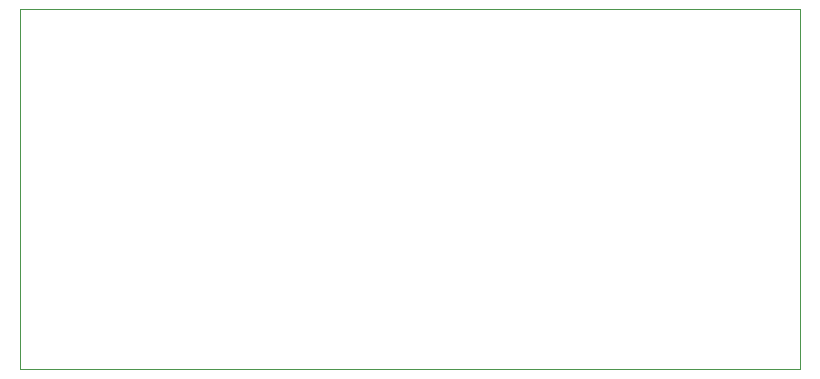
<source format=gbr>
%TF.GenerationSoftware,KiCad,Pcbnew,7.0.9*%
%TF.CreationDate,2024-01-08T23:19:19+02:00*%
%TF.ProjectId,Ex05-Chapter06,45783035-2d43-4686-9170-74657230362e,rev?*%
%TF.SameCoordinates,Original*%
%TF.FileFunction,Profile,NP*%
%FSLAX46Y46*%
G04 Gerber Fmt 4.6, Leading zero omitted, Abs format (unit mm)*
G04 Created by KiCad (PCBNEW 7.0.9) date 2024-01-08 23:19:19*
%MOMM*%
%LPD*%
G01*
G04 APERTURE LIST*
%TA.AperFunction,Profile*%
%ADD10C,0.100000*%
%TD*%
G04 APERTURE END LIST*
D10*
X91440000Y-109220000D02*
X157480000Y-109220000D01*
X91440000Y-78740000D02*
X91440000Y-109220000D01*
X157480000Y-78740000D02*
X91440000Y-78740000D01*
X157480000Y-109220000D02*
X157480000Y-78740000D01*
M02*

</source>
